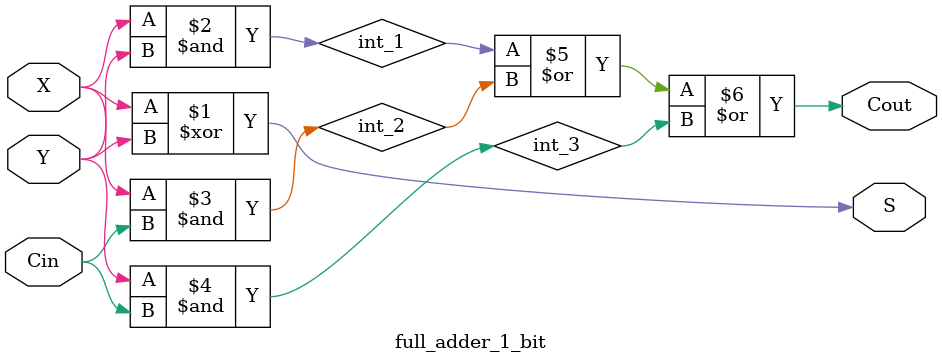
<source format=v>
/*normal line for declaring signals or ports 

[direction] [data_type] [width-1:0] [name] ;
example :

input  wire [7:0] x ;
output reg  [7:0] y ;

*/
module full_adder_1_bit (X,Y,Cin,S,Cout);

input  	 	X , Y , Cin ;  
// no data type    >> wire by default 
// no width        >> 1 bit by default 
output   	S , Cout ;

// define internal signals 
wire  	 	int_1 , int_2 , int_3 ;


assign S  	 = X ^ Y ; // output 1

assign int_1 = X & Y ;
assign int_2 = X & Cin ;
assign int_3 = Y & Cin ;

assign Cout = int_1 | int_2 | int_3 ; // output 2

/*
kan momken n2ol 
assign Cout = (X & Y) | (X & Cin) | (Y & Cin) ; // output 2

bs kan hyb2a long line we mesh readable fa mesh recommended 
*/



endmodule // or endmodule : full_adder_1_bit

// O.B

</source>
